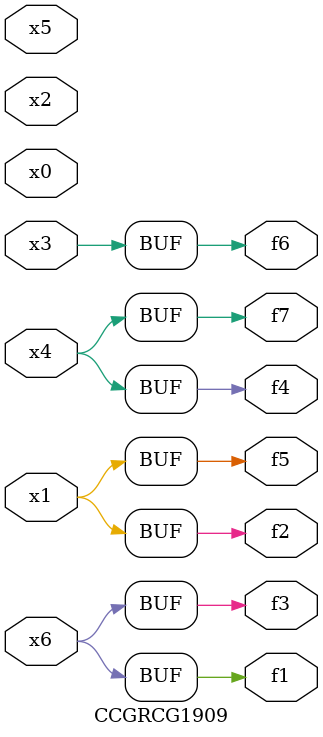
<source format=v>
module CCGRCG1909(
	input x0, x1, x2, x3, x4, x5, x6,
	output f1, f2, f3, f4, f5, f6, f7
);
	assign f1 = x6;
	assign f2 = x1;
	assign f3 = x6;
	assign f4 = x4;
	assign f5 = x1;
	assign f6 = x3;
	assign f7 = x4;
endmodule

</source>
